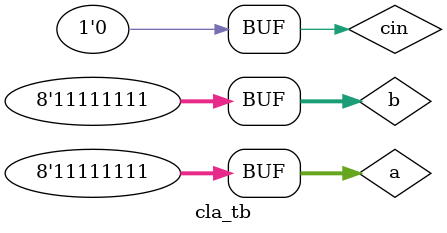
<source format=v>
module cla_tb();


reg [7:0] a,b;
reg cin;
wire cout;
wire [7:0] s;


cla dash(a,b,cin,s,cout);

initial
begin
cin=0;
a=8'b1111_1111;
b=8'b1111_1111;
end



initial
begin
//#10 $display($time,"  %b, %b, %b, %b, %b",a,b,c,s,cout);
//#10 $display($time,"  %b, %b, %b, %b, %b",a,b,c,s,cout);
$monitor($time,"  %b, %b, %b, %b, %b",a,b,cin,s,cout);
end

endmodule
</source>
